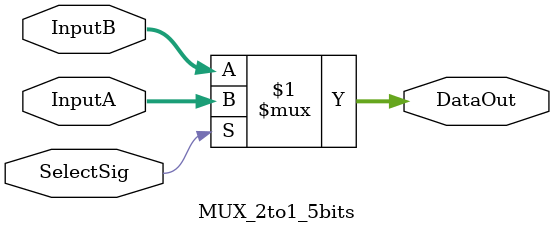
<source format=v>
`timescale 1ns / 1ps


module MUX_2to1_5bits(
    input SelectSig,
    input[4:0] InputA,
    input[4:0] InputB,
    output[4:0] DataOut
    );    
    assign DataOut = SelectSig ? InputA : InputB;    
endmodule

</source>
